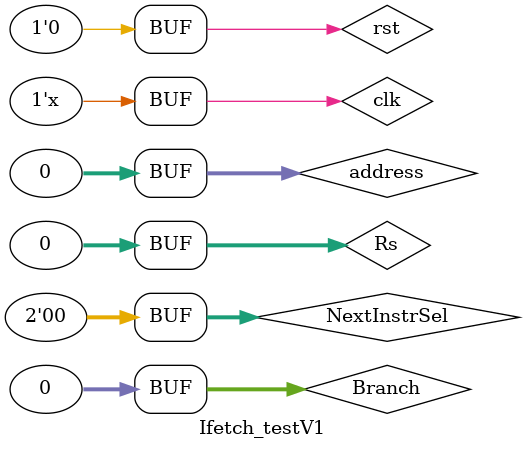
<source format=sv>
module Ifetch_testV1;
logic clk,rst;
logic [1:0]NextInstrSel;
logic [31:0] address, Rs, Branch;
logic [31:0] instr;
logic [4:0] OPcode;
logic [2:0] ALUop;
logic [4:0] Rs1,Rs2,Rd;
logic [15:0] Imm;
logic [26:0] Address;


instr_fetch IF (clk, rst, NextInstrSel, address, Rs, Branch, instr, OPcode, ALUop, Rs1, Rs2, Rd, Imm, Address);

	initial begin
		
		clk = 0;
		rst = 0;
		NextInstrSel = 0;
		address = 0;
		Rs = 0;
		Branch = 0;
		
	end 
	
always
		#10 clk <= !clk;
		
endmodule

</source>
